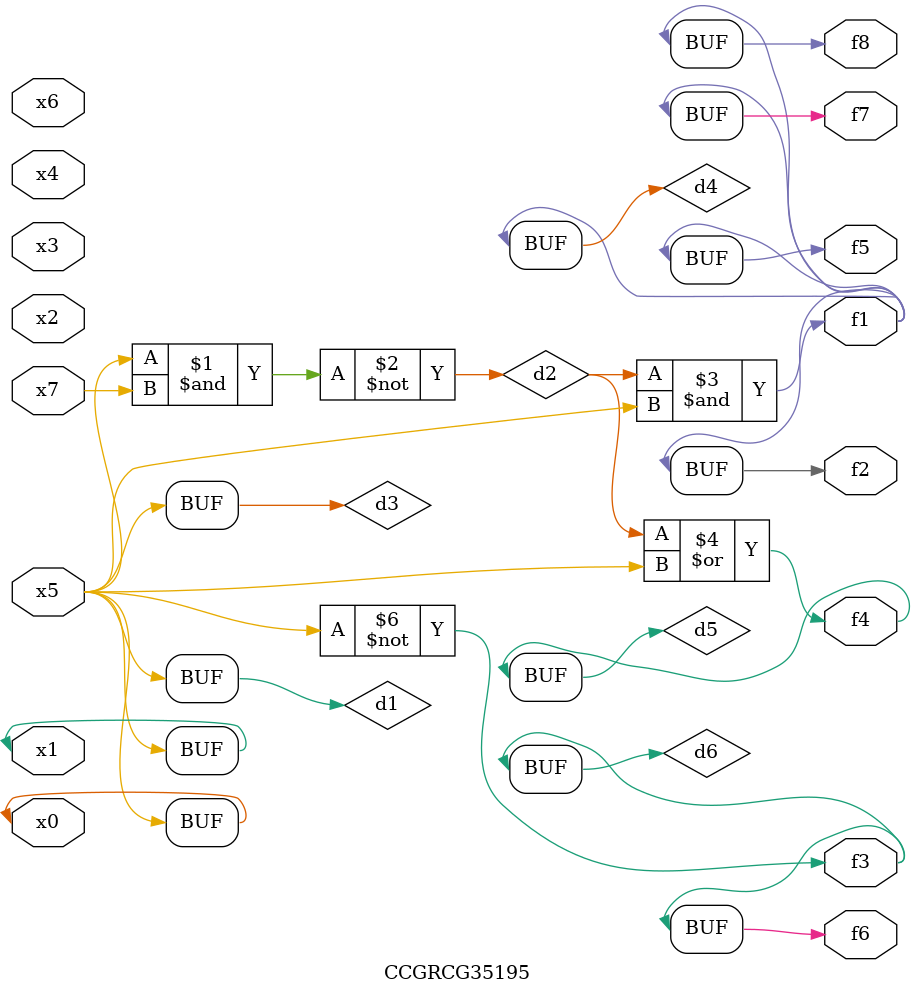
<source format=v>
module CCGRCG35195(
	input x0, x1, x2, x3, x4, x5, x6, x7,
	output f1, f2, f3, f4, f5, f6, f7, f8
);

	wire d1, d2, d3, d4, d5, d6;

	buf (d1, x0, x5);
	nand (d2, x5, x7);
	buf (d3, x0, x1);
	and (d4, d2, d3);
	or (d5, d2, d3);
	nor (d6, d1, d3);
	assign f1 = d4;
	assign f2 = d4;
	assign f3 = d6;
	assign f4 = d5;
	assign f5 = d4;
	assign f6 = d6;
	assign f7 = d4;
	assign f8 = d4;
endmodule

</source>
